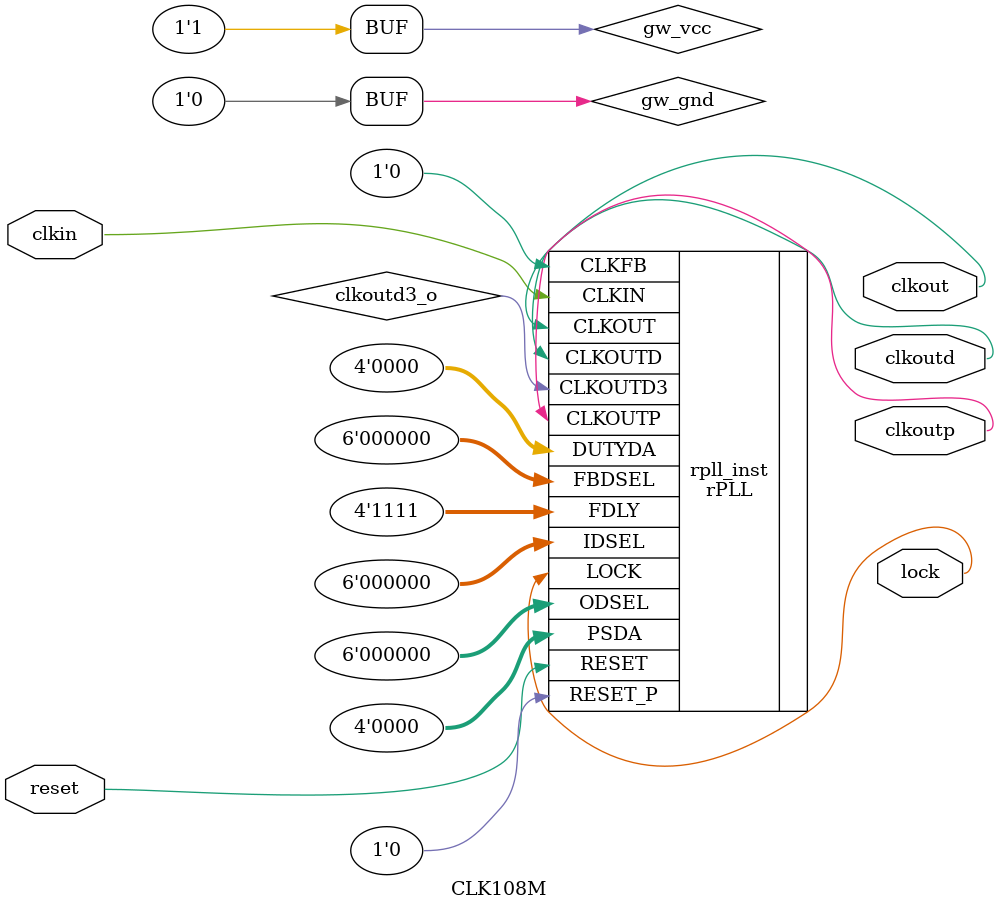
<source format=v>

module CLK108M (clkout, lock, clkoutp, clkoutd, reset, clkin);

output clkout;
output lock;
output clkoutp;
output clkoutd;
input reset;
input clkin;

wire clkoutd3_o;
wire gw_vcc;
wire gw_gnd;

assign gw_vcc = 1'b1;
assign gw_gnd = 1'b0;

rPLL rpll_inst (
    .CLKOUT(clkout),
    .LOCK(lock),
    .CLKOUTP(clkoutp),
    .CLKOUTD(clkoutd),
    .CLKOUTD3(clkoutd3_o),
    .RESET(reset),
    .RESET_P(gw_gnd),
    .CLKIN(clkin),
    .CLKFB(gw_gnd),
    .FBDSEL({gw_gnd,gw_gnd,gw_gnd,gw_gnd,gw_gnd,gw_gnd}),
    .IDSEL({gw_gnd,gw_gnd,gw_gnd,gw_gnd,gw_gnd,gw_gnd}),
    .ODSEL({gw_gnd,gw_gnd,gw_gnd,gw_gnd,gw_gnd,gw_gnd}),
    .PSDA({gw_gnd,gw_gnd,gw_gnd,gw_gnd}),
    .DUTYDA({gw_gnd,gw_gnd,gw_gnd,gw_gnd}),
    .FDLY({gw_vcc,gw_vcc,gw_vcc,gw_vcc})
);

defparam rpll_inst.FCLKIN = "108";
defparam rpll_inst.DYN_IDIV_SEL = "false";
defparam rpll_inst.IDIV_SEL = 0;
defparam rpll_inst.DYN_FBDIV_SEL = "false";
defparam rpll_inst.FBDIV_SEL = 0;
defparam rpll_inst.DYN_ODIV_SEL = "false";
defparam rpll_inst.ODIV_SEL = 8;
defparam rpll_inst.PSDA_SEL = "1000";
defparam rpll_inst.DYN_DA_EN = "false";
defparam rpll_inst.DUTYDA_SEL = "1000";
defparam rpll_inst.CLKOUT_FT_DIR = 1'b1;
defparam rpll_inst.CLKOUTP_FT_DIR = 1'b1;
defparam rpll_inst.CLKOUT_DLY_STEP = 0;
defparam rpll_inst.CLKOUTP_DLY_STEP = 0;
defparam rpll_inst.CLKFB_SEL = "internal";
defparam rpll_inst.CLKOUT_BYPASS = "false";
defparam rpll_inst.CLKOUTP_BYPASS = "false";
defparam rpll_inst.CLKOUTD_BYPASS = "false";
defparam rpll_inst.DYN_SDIV_SEL = 2;
defparam rpll_inst.CLKOUTD_SRC = "CLKOUT";
defparam rpll_inst.CLKOUTD3_SRC = "CLKOUT";
defparam rpll_inst.DEVICE = "GW2AR-18C";

endmodule //CLK108M

</source>
